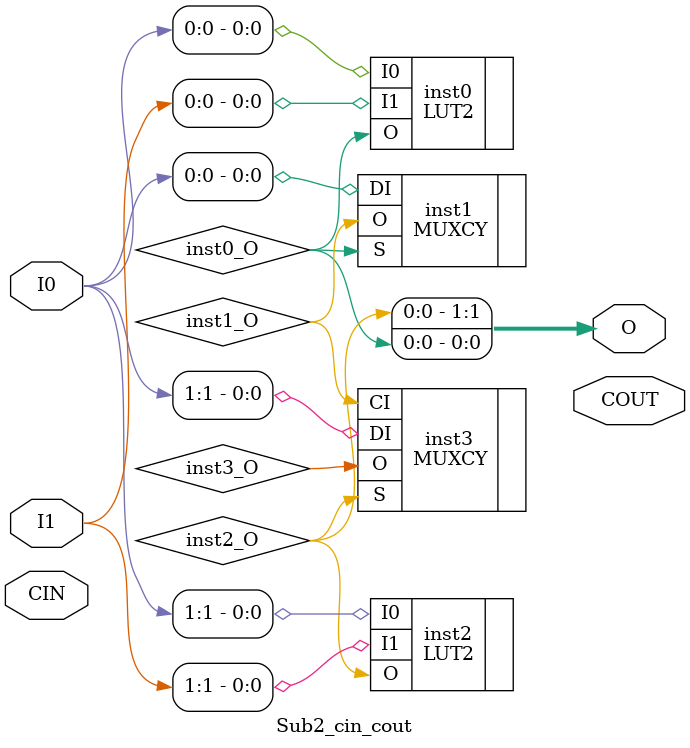
<source format=v>
module Sub2_cin_cout (input [1:0] I0, input [1:0] I1, input  CIN, output [1:0] O, output  COUT);
wire  inst0_O;
wire  inst1_O;
wire  inst2_O;
wire  inst3_O;
LUT2 #(.INIT(4'h9)) inst0 (.I0(I0[0]), .I1(I1[0]), .O(inst0_O));
MUXCY inst1 (.DI(I0[0]), .S(inst0_O), .O(inst1_O));
LUT2 #(.INIT(4'h9)) inst2 (.I0(I0[1]), .I1(I1[1]), .O(inst2_O));
MUXCY inst3 (.DI(I0[1]), .CI(inst1_O), .S(inst2_O), .O(inst3_O));
assign O = {inst2_O,inst0_O};
endmodule


</source>
